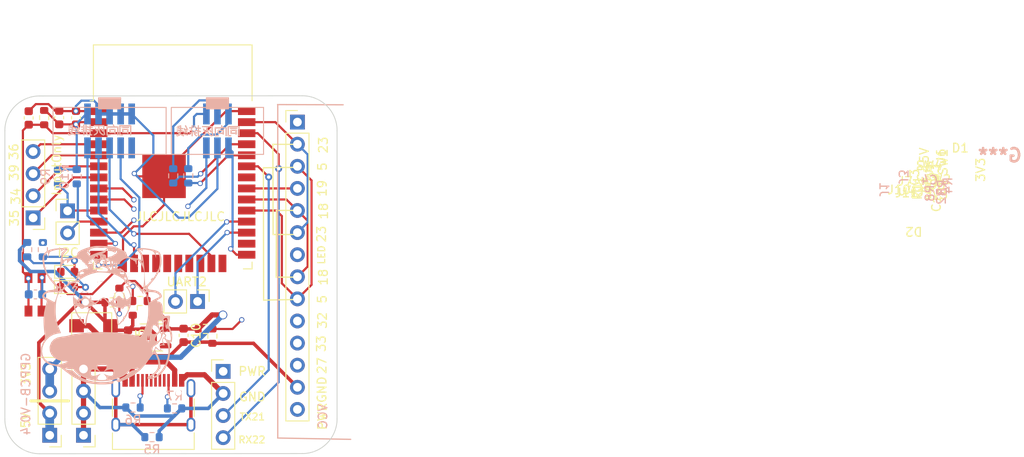
<source format=kicad_pcb>
(kicad_pcb (version 20211014) (generator pcbnew)
  (layers (0 "F.Cu" signal) (1 "In1.Cu" signal) (2 "In2.Cu" signal) (31 "B.Cu" signal) (34 "B.Paste" user) (35 "F.Paste" user) (36 "B.SilkS" user "B.Silkscreen") (37 "F.SilkS" user "F.Silkscreen") (38 "B.Mask" user) (39 "F.Mask" user) (44 "Edge.Cuts" user))
  (net 0 "")
  (net 1 "/EN")
  (net 2 "GND")
  (net 3 "+3V3")
  (net 4 "/RX")
  (net 5 "/TX")
  (net 7 "/IO35")
  (net 8 "/IO36")
  (net 9 "Net-(D2-Pad2)")
  (net 10 "/IO39")
  (net 11 "Net-(J10-PadA5)")
  (net 13 "/EXT_5V")
  (net 14 "Net-(D1-Pad2)")
  (net 16 "/TMS")
  (net 17 "/TDI")
  (net 18 "/TCLK")
  (net 25 "/TDO")
  (net 27 "/IO0")
  (net 30 "Net-(J10-PadB5)")
  (net 35 "Net-(J10-PadS1)")
  (net 36 "/RXD0")
  (net 37 "/TXD0")
  (net 38 "/IO34")
  (net 39 "/IO32")
  (net 40 "/IO33")
  (net 41 "/IO27")
  (net 42 "/IO5")
  (net 43 "/IO18")
  (net 44 "/IO19")
  (net 45 "/IO23")
  (net 46 "Net-(J4-Pad1)")
  (net 47 "/SDA_IO25")
  (net 48 "/SCL_IO26")
  (net 49 "/U2RX_IO16")
  (net 50 "/U2TX_IO17")
  (net 51 "/CAN_TX_IO21")
  (net 52 "/CAN_RX_IO22")
  (net 54 "Net-(J11-Pad7)")
  (net 55 "Net-(J11-Pad14)")
  (net 56 "Net-(D3-Pad2)")
  (footprint "Resistor_SMD:R_0603_1608Metric" (layer "F.Cu") (at 143.4084 108.2548 -90)
    (fp_text reference "R1")
    (fp_text value "10k")
  )
  (footprint "Connector_PinHeader_2.54mm:PinHeader_1x04_P2.54mm_Vertical" (layer "F.Cu") (at 144.0434 144.77 180)
    (fp_text reference "J8")
    (fp_text value "PWR")
  )
  (footprint "Package_TO_SOT_SMD:SOT-23-5" (layer "F.Cu") (at 156.2299 133.5278)
    (fp_text reference "U3")
    (fp_text value "XC6209")
  )
  (footprint "Connector_PinHeader_2.54mm:PinHeader_1x02_P2.54mm_Vertical" (layer "F.Cu") (at 146.1008 118.9736)
    (fp_text reference "J6")
    (fp_text value "I2C")
  )
  (footprint "Capacitor_SMD:C_0603_1608Metric" (layer "F.Cu") (at 147.066 108.2678 90)
    (fp_text reference "C3")
    (fp_text value "0.1uF/50V")
  )
  (footprint "Connector_PinHeader_2.54mm:PinHeader_1x02_P2.54mm_Vertical" (layer "F.Cu") (at 161.041 129.3876 -90)
    (fp_text reference "J5")
    (fp_text value "UART2")
  )
  (footprint "Connector_USB:USB_C_Receptacle_HRO_TYPE-C-31-M-12" (layer "F.Cu") (at 155.956 142.4952)
    (fp_text reference "J10")
    (fp_text value "USB_C_Receptacle_USB2.0")
  )
  (footprint "KisonNew:C8678" (layer "F.Cu") (at 148.8694 132.1816 180)
    (fp_text reference "D2")
    (fp_text value "D")
  )
  (footprint "KisonNew:0603JumperP3" (layer "F.Cu") (at 154.4188 129.3368)
    (fp_text reference "SW4")
    (fp_text value "SW_Push_SPDT")
  )
  (footprint "KisonNew:0603JumperP3" (layer "F.Cu") (at 162.7378 133.3754 -90)
    (fp_text reference "SW3")
    (fp_text value "SW_Push_SPDT")
  )
  (footprint "LED_SMD:LED_0603_1608Metric" (layer "F.Cu") (at 146.1008 125.984)
    (fp_text reference "D3")
    (fp_text value "LED")
  )
  (footprint "LED_SMD:LED_0603_1608Metric" (layer "F.Cu") (at 146.0754 127.7366)
    (fp_text reference "D1")
    (fp_text value "LED")
  )
  (footprint "Connector_PinHeader_2.54mm:PinHeader_1x04_P2.54mm_Vertical" (layer "F.Cu") (at 147.9296 144.77 180)
    (fp_text reference "J9")
    (fp_text value "GND")
  )
  (footprint "Connector_PinHeader_2.54mm:PinHeader_1x04_P2.54mm_Vertical" (layer "F.Cu") (at 142.1384 119.7764 180)
    (fp_text reference "J7")
    (fp_text value "InputOnly")
  )
  (footprint "Capacitor_SMD:C_0603_1608Metric" (layer "F.Cu") (at 141.6304 108.2926 90)
    (fp_text reference "C1")
    (fp_text value "0.1uF")
  )
  (footprint "Connector_PinHeader_2.54mm:PinHeader_1x04_P2.54mm_Vertical" (layer "F.Cu") (at 163.9824 137.424)
    (fp_text reference "J4")
    (fp_text value "CAN")
  )
  (footprint "Capacitor_SMD:C_0603_1608Metric" (layer "F.Cu") (at 153.05 133.475 -90)
    (fp_text reference "C5")
    (fp_text value "1uf")
  )
  (footprint "Capacitor_SMD:C_0603_1608Metric" (layer "F.Cu") (at 159.4358 133.2868 -90)
    (fp_text reference "C10")
    (fp_text value "1uf")
  )
  (footprint "Connector_PinHeader_2.54mm:PinHeader_1x14_P2.54mm_Vertical" (layer "F.Cu") (at 172.5168 108.7728)
    (fp_text reference "J11")
    (fp_text value "Conn_01x14_Female")
  )
  (footprint "RF_Module:ESP32-WROOM-32" (layer "F.Cu") (at 158.185 115.7614)
    (fp_text reference "U1")
    (fp_text value "ESP32-WROOM-32D")
  )
  (footprint "KisonCommon:BTN-TS342A4P-WZ-C557592" (layer "F.Cu") (at 142.0876 128.3208 -90)
    (fp_text reference "SW1")
    (fp_text value "SW_Push")
  )
  (footprint "Capacitor_SMD:C_0603_1608Metric" (layer "F.Cu") (at 145.1356 108.2548 -90)
    (fp_text reference "C2")
    (fp_text value "22uF")
  )
  (footprint "KisonNew:0603JumperP3" (layer "F.Cu") (at 151.2194 129.4892 180)
    (fp_text reference "SW2")
    (fp_text value "SW_Push_SPDT")
  )
  (footprint "Resistor_SMD:R_0603_1608Metric" (layer "B.Cu") (at 145 115.05 -90)
    (fp_text reference "R9")
    (fp_text value "3.3k")
  )
  (footprint "Resistor_SMD:R_0603_1608Metric" (layer "B.Cu") (at 155.8036 144.9832)
    (fp_text reference "R5")
    (fp_text value "0")
  )
  (footprint "KisonNew:IDC_1.27mm_6P" (layer "B.Cu") (at 163.322 109.7832 180)
    (fp_text reference "J3")
    (fp_text value "ESPProgUART_RX")
  )
  (footprint "Resistor_SMD:R_0603_1608Metric" (layer "B.Cu") (at 158.3944 141.6812 180)
    (fp_text reference "R7")
    (fp_text value "5.1k")
  )
  (footprint "Resistor_SMD:R_0603_1608Metric" (layer "B.Cu") (at 158.242 114.9482 90)
    (fp_text reference "R2")
    (fp_text value "0")
  )
  (footprint "Resistor_SMD:R_0603_1608Metric" (layer "B.Cu") (at 143.256 123.4318 -90)
    (fp_text reference "R8")
    (fp_text value "10k")
  )
  (footprint "KisonCommon:Klee" (layer "B.Cu") (at 150.0124 131.5212)
    (fp_text reference "G***")
    (fp_text value "LOGO" hide)
  )
  (footprint "Resistor_SMD:R_0603_1608Metric" (layer "B.Cu") (at 147.15 115.05 -90)
    (fp_text reference "R10")
    (fp_text value "3.3k")
  )
  (footprint "KisonNew:IDC_1.27mm_10P" (layer "B.Cu") (at 150.9268 109.7832 180)
    (fp_text reference "J1")
    (fp_text value "ESPProgJTAG_RX")
  )
  (footprint "Resistor_SMD:R_0603_1608Metric" (layer "B.Cu") (at 159.9692 114.9482 90)
    (fp_text reference "R3")
    (fp_text value "0")
  )
  (footprint "Resistor_SMD:R_0603_1608Metric" (layer "B.Cu") (at 153.6192 141.5796)
    (fp_text reference "R6")
    (fp_text value "5.1k")
  )
  (footprint "Resistor_SMD:R_0603_1608Metric" (layer "B.Cu") (at 141.4526 123.4318 -90)
    (fp_text reference "R4")
    (fp_text value "10k")
  )
  (footprint "Capacitor_SMD:C_0603_1608Metric" (layer "B.Cu") (at 142.4054 128.5748)
    (fp_text reference "C4")
    (fp_text value "0.1uF/50V")
  )
  (gr_line (start 170.2308 106.7562) (end 177.7746 106.7816) (layer "B.SilkS") (width 0.15))
  (gr_line (start 170.2562 145.0848) (end 178.6382 145.2372) (layer "B.SilkS") (width 0.15))
  (gr_line (start 170.2562 106.7562) (end 170.2562 145.0848) (layer "B.SilkS") (width 0.15))
  (gr_line (start 170.0784 126.5936) (end 172.593 126.5936) (layer "F.SilkS") (width 0.15))
  (gr_line (start 172.6184 111.3282) (end 169.6974 111.3282) (layer "F.SilkS") (width 0.15))
  (gr_line (start 169.7228 121.6914) (end 172.6184 121.6914) (layer "F.SilkS") (width 0.15))
  (gr_line (start 172.4914 113.9698) (end 168.6052 114.0206) (layer "F.SilkS") (width 0.15))
  (gr_line (start 141.8844 140.8176) (end 146.2024 140.8176) (layer "F.SilkS") (width 0.35))
  (gr_line (start 172.4152 118.9228) (end 170.1038 118.9228) (layer "F.SilkS") (width 0.15))
  (gr_line (start 168.6052 114.0206) (end 168.6306 129.2352) (layer "F.SilkS") (width 0.15))
  (gr_line (start 169.6974 111.3282) (end 169.7228 121.6914) (layer "F.SilkS") (width 0.15))
  (gr_line (start 168.6306 129.2352) (end 172.5422 129.159) (layer "F.SilkS") (width 0.15))
  (gr_line (start 170.1038 118.9228) (end 170.0784 126.5936) (layer "F.SilkS") (width 0.15))
  (gr_arc (start 138.8872 109.761573) (mid 140.058145 106.935942) (end 142.884027 105.7656) (layer "Edge.Cuts") (width 0.1))
  (gr_line (start 177.0756 142.8728) (end 177.0756 109.743373) (layer "Edge.Cuts") (width 0.1))
  (gr_line (start 173.0756 105.743373) (end 142.884027 105.7656) (layer "Edge.Cuts") (width 0.1))
  (gr_arc (start 173.0756 105.743373) (mid 175.904027 106.914946) (end 177.0756 109.743373) (layer "Edge.Cuts") (width 0.1))
  (gr_line (start 138.8872 109.761573) (end 138.8872 142.891) (layer "Edge.Cuts") (width 0.1))
  (gr_arc (start 142.8872 146.891) (mid 140.058773 145.719427) (end 138.8872 142.891) (layer "Edge.Cuts") (width 0.1))
  (gr_line (start 142.8872 146.891) (end 173.0756 146.8728) (layer "Edge.Cuts") (width 0.1))
  (gr_arc (start 177.0756 142.8728) (mid 175.904027 145.701227) (end 173.0756 146.8728) (layer "Edge.Cuts") (width 0.1))
  (gr_text "VCC" (at 175.4378 142.5956 90) (layer "B.SilkS") (effects (font (size 1 1)) (justify mirror)))
  (gr_text "GPPCB-V0.4" (at 141.3002 140.0302 90) (layer "B.SilkS") (effects (font (size 1 1)) (justify mirror)))
  (gr_text "3V3" (at 141.3256 137.7696 90) (layer "F.SilkS") (effects (font (size 1 1))))
  (gr_text "35" (at 139.9794 119.8118 90) (layer "F.SilkS") (effects (font (size 1 1))))
  (gr_text "LED" (at 175.2854 124.0282 90) (layer "F.SilkS") (effects (font (size 0.8 0.8) (thickness 0.14))))
  (gr_text "GND" (at 167.3352 140.3604) (layer "F.SilkS") (effects (font (size 1 1))))
  (gr_text "I2C" (at 146.1516 123.7742) (layer "F.SilkS") (effects (font (size 1 1))))
  (gr_text "GND" (at 147.9296 134.8232) (layer "F.SilkS") (effects (font (size 1 1))))
  (gr_text "3V3" (at 245.9192 117.0948) (layer "F.SilkS") (effects (font (size 1 1))))
  (gr_text "18" (at 175.4886 126.5936 90) (layer "F.SilkS") (effects (font (size 1 1))))
  (gr_text "InputOnly" (at 144.8562 113.7158 90) (layer "F.SilkS") (effects (font (size 1 1))))
  (gr_text "36" (at 139.9286 112.1664 90) (layer "F.SilkS") (effects (font (size 1 1))))
  (gr_text "5" (at 175.387 113.8936 90) (layer "F.SilkS") (effects (font (size 1 1))))
  (gr_text "32" (at 175.387 131.572 90) (layer "F.SilkS") (effects (font (size 1 1))))
  (gr_text "19" (at 175.3616 116.3828 90) (layer "F.SilkS") (effects (font (size 1 1))))
  (gr_text "5" (at 175.3616 129.1336 90) (layer "F.SilkS") (effects (font (size 1 1))))
  (gr_text "5V" (at 244.4206 116.0534 270) (layer "F.SilkS") (effects (font (size 1 1))))
  (gr_text "18" (at 175.514 118.999 90) (layer "F.SilkS") (effects (font (size 1 1))))
  (gr_text "UART2" (at 159.7914 127.127) (layer "F.SilkS") (effects (font (size 1 1))))
  (gr_text "TX21\n" (at 167.3352 142.6464) (layer "F.SilkS") (effects (font (size 0.8 0.8) (thickness 0.14))))
  (gr_text "3V3" (at 251.05 114.25 90) (layer "F.SilkS") (effects (font (size 1 1))))
  (gr_text "RX22" (at 167.2844 145.288) (layer "F.SilkS") (effects (font (size 0.8 0.8) (thickness 0.14))))
  (gr_text "PWR" (at 167.3098 137.414) (layer "F.SilkS") (effects (font (size 1 1))))
  (gr_text "27" (at 175.3362 136.7536 90) (layer "F.SilkS") (effects (font (size 1 1))))
  (gr_text "PWR" (at 175.387 142.5956 90) (layer "F.SilkS") (effects (font (size 1 1))))
  (gr_text "33" (at 175.26 134.239 90) (layer "F.SilkS") (effects (font (size 1 1))))
  (gr_text "34" (at 140.1572 117.2972 90) (layer "F.SilkS") (effects (font (size 1 1))))
  (gr_text "JLCJLCJLCJLC" (at 159.0548 119.634) (layer "F.SilkS") (effects (font (size 1 1))))
  (gr_text "5V" (at 141.2748 143.0528 90) (layer "F.SilkS") (effects (font (size 1 1))))
  (gr_text "23" (at 175.4886 111.4044 90) (layer "F.SilkS") (effects (font (size 1 1))))
  (gr_text "GND" (at 175.3362 139.5222 90) (layer "F.SilkS") (effects (font (size 1 1))))
  (gr_text "39" (at 139.954 114.5794 90) (layer "F.SilkS") (effects (font (size 1 1))))
  (gr_text "23" (at 175.2854 121.6406 90) (layer "F.SilkS") (effects (font (size 1 1))))
  (gr_text "5V" (at 244.573 112.599 90) (layer "F.SilkS") (effects (font (size 1 1))))
  (segment (start 144.375 110.0464) (end 143.4084 109.0798) (width 0.25) (layer "F.Cu") (net 1))
  (segment (start 141.6426 109.0798) (end 141.6304 109.0676) (width 0.25) (layer "F.Cu") (net 1))
  (segment (start 160.1588 110.0464) (end 160.6296 109.5756) (width 0.25) (layer "F.Cu") (net 1))
  (segment (start 149.685 110.0464) (end 160.1588 110.0464) (width 0.25) (layer "F.Cu") (net 1))
  (segment (start 140.963889 109.734111) (end 141.6304 109.0676) (width 0.25) (layer "F.Cu") (net 1))
  (segment (start 149.685 110.0464) (end 144.375 110.0464) (width 0.25) (layer "F.Cu") (net 1))
  (segment (start 143.4084 109.0798) (end 141.6426 109.0798) (width 0.25) (layer "F.Cu") (net 1))
  (segment (start 141.6036 130.4926) (end 141.6036 126.6426) (width 0.25) (layer "F.Cu") (net 1))
  (segment (start 141.6036 126.6426) (end 140.963889 126.002889) (width 0.25) (layer "F.Cu") (net 1))
  (segment (start 140.963889 126.002889) (end 140.963889 109.734111) (width 0.25) (layer "F.Cu") (net 1))
  (via (at 141.5796 126.746) (size 0.6) (drill 0.4) (layers "F.Cu" "B.Cu") (net 1))
  (via (at 160.6296 109.5756) (size 0.6) (drill 0.4) (layers "F.Cu" "B.Cu") (net 1))
  (segment (start 160.6296 108.1532) (end 160.6296 109.5756) (width 0.25) (layer "B.Cu") (net 1))
  (segment (start 141.6304 128.5748) (end 141.6304 126.7968) (width 0.25) (layer "B.Cu") (net 1))
  (segment (start 162.052 107.8332) (end 160.9496 107.8332) (width 0.25) (layer "B.Cu") (net 1))
  (segment (start 160.9496 107.8332) (end 160.6296 108.1532) (width 0.25) (layer "B.Cu") (net 1))
  (segment (start 141.6304 126.7968) (end 141.5796 126.746) (width 0.25) (layer "B.Cu") (net 1))
  (segment (start 162.7378 134.2004) (end 167.4644 134.2004) (width 0.4) (layer "F.Cu") (net 2))
  (segment (start 153.05 134.25) (end 154.43508 135.63508) (width 0.4) (layer "F.Cu") (net 2))
  (segment (start 152.706 138.4502) (end 151.4058 137.15) (width 0.6) (layer "F.Cu") (net 2))
  (segment (start 153.7716 114.681) (end 154.097 115.0064) (width 0.25) (layer "F.Cu") (net 2))
  (segment (start 146.08742 128.53612) (end 145.2879 127.7366) (width 0.25) (layer "F.Cu") (net 2))
  (segment (start 152.47 125.0164) (end 148.95028 128.53612) (width 0.25) (layer "F.Cu") (net 2))
  (segment (start 145.3133 125.984) (end 145.3133 127.7112) (width 0.25) (layer "F.Cu") (net 2))
  (segment (start 142.44272 106.70528) (end 141.6304 107.5176) (width 0.25) (layer "F.Cu") (net 2))
  (segment (start 155.0924 133.5278) (end 153.7722 133.5278) (width 0.4) (layer "F.Cu") (net 2))
  (segment (start 157.185 118.3034) (end 157.185 115.0064) (width 0.25) (layer "F.Cu") (net 2))
  (segment (start 157.86252 135.63508) (end 159.4358 134.0618) (width 0.4) (layer "F.Cu") (net 2))
  (segment (start 149.685 107.5064) (end 147.0524 107.5064) (width 0.25) (layer "F.Cu") (net 2))
  (segment (start 154.097 115.0064) (end 157.185 115.0064) (width 0.25) (layer "F.Cu") (net 2))
  (segment (start 143.7622 125.984) (end 143.1036 126.6426) (width 0.25) (layer "F.Cu") (net 2))
  (segment (start 157.185 114.6458) (end 164.3244 107.5064) (width 0.25) (layer "F.Cu") (net 2))
  (segment (start 151.4058 137.15) (end 147.9296 137.15) (width 0.6) (layer "F.Cu") (net 2))
  (segment (start 145.1622 107.5064) (end 145.1356 107.4798) (width 0.25) (layer "F.Cu") (net 2))
  (segment (start 154.43508 135.63508) (end 157.86252 135.63508) (width 0.4) (layer "F.Cu") (net 2))
  (segment (start 148.95028 128.53612) (end 146.08742 128.53612) (width 0.25) (layer "F.Cu") (net 2))
  (segment (start 153.701207 120.7516) (end 154.7368 120.7516) (width 0.25) (layer "F.Cu") (net 2))
  (segment (start 145.1356 107.4798) (end 144.675183 107.4798) (width 0.25) (layer "F.Cu") (net 2))
  (segment (start 161.83408 137.81568) (end 163.9824 139.964) (width 0.6) (layer "F.Cu") (net 2))
  (segment (start 167.4644 134.2004) (end 172.5168 139.2528) (width 0.4) (layer "F.Cu") (net 2))
  (segment (start 147.9296 137.15) (end 147.9296 144.77) (width 0.6) (layer "F.Cu") (net 2))
  (segment (start 143.900663 106.70528) (end 142.44272 106.70528) (width 0.25) (layer "F.Cu") (net 2))
  (segment (start 154.7368 120.7516) (end 157.185 118.3034) (width 0.25) (layer "F.Cu") (net 2))
  (segment (start 145.3133 125.984) (end 143.7622 125.984) (width 0.25) (layer "F.Cu") (net 2))
  (segment (start 143.1036 130.4926) (end 143.1036 126.6426) (width 0.25) (layer "F.Cu") (net 2))
  (segment (start 159.84052 137.81568) (end 161.83408 137.81568) (width 0.6) (layer "F.Cu") (net 2))
  (segment (start 152.47 121.982807) (end 153.701207 120.7516) (width 0.25) (layer "F.Cu") (net 2))
  (segment (start 159.206 138.4502) (end 159.84052 137.81568) (width 0.6) (layer "F.Cu") (net 2))
  (segment (start 164.3244 107.5064) (end 166.685 107.5064) (width 0.25) (layer "F.Cu") (net 2))
  (segment (start 147.0524 107.5064) (end 145.1622 107.5064) (width 0.25) (layer "F.Cu") (net 2))
  (segment (start 157.185 115.0064) (end 157.185 114.6458) (width 0.25) (layer "F.Cu") (net 2))
  (segment (start 152.47 125.0164) (end 152.47 121.982807) (width 0.25) (layer "F.Cu") (net 2))
  (segment (start 162.5992 134.0618) (end 162.7378 134.2004) (width 0.4) (layer "F.Cu") (net 2))
  (segment (start 145.3133 127.7112) (end 145.2879 127.7366) (width 0.25) (layer "F.Cu") (net 2))
  (segment (start 144.675183 107.4798) (end 143.900663 106.70528) (width 0.25) (layer "F.Cu") (net 2))
  (segment (start 159.4358 134.0618) (end 162.5992 134.0618) (width 0.4) (layer "F.Cu") (net 2))
  (segment (start 153.7722 133.5278) (end 153.05 134.25) (width 0.4) (layer "F.Cu") (net 2))
  (via (at 153.7716 114.681) (size 0.6) (drill 0.4) (layers "F.Cu" "B.Cu") (net 2))
  (via (at 147.0524 107.5064) (size 0.6) (drill 0.4) (layers "F.Cu" "B.Cu") (net 2))
  (via (at 143.1544 126.6444) (size 0.6) (drill 0.4) (layers "F.Cu" "B.Cu") (net 2))
  (segment (start 149.8192 141.5796) (end 152.7942 141.5796) (width 0.4) (layer "B.Cu") (net 2))
  (segment (start 152.7942 141.5796) (end 153.77032 142.55572) (width 0.4) (layer "B.Cu") (net 2))
  (segment (start 159.2194 141.6812) (end 156.6286 144.272) (width 0.4) (layer "B.Cu") (net 2))
  (segment (start 153.77032 142.55572) (end 158.34488 142.55572) (width 0.4) (layer "B.Cu") (net 2))
  (segment (start 155.956 110.3224) (end 155.956 112.4966) (width 0.25) (layer "B.Cu") (net 2))
  (segment (start 143.1804 126.6704) (end 143.1544 126.6444) (width 0.25) (layer "B.Cu") (net 2))
  (segment (start 158.34488 142.55572) (end 159.2194 141.6812) (width 0.4) (layer "B.Cu") (net 2))
  (segment (start 153.4668 107.8332) (end 155.956 110.3224) (width 0.25) (layer "B.Cu") (net 2))
  (segment (start 149.133089 106.308689) (end 149.6568 106.8324) (width 0.25) (layer "B.Cu") (net 2))
  (segment (start 155.956 112.4966) (end 153.7716 114.681) (width 0.25) (layer "B.Cu") (net 2))
  (segment (start 163.322 116.4336) (end 159.9946 119.761) (width 0.25) (layer "B.Cu") (net 2))
  (segment (start 147.682289 106.308689) (end 149.133089 106.308689) (width 0.25) (layer "B.Cu") (net 2))
  (segment (start 149.6568 107.8332) (end 153.4668 107.8332) (width 0.4) (layer "B.Cu") (net 2))
  (segment (start 163.322 111.7332) (end 163.322 116.4336) (width 0.25) (layer "B.Cu") (net 2))
  (segment (start 149.6568 106.8324) (end 149.6568 107.8332) (width 0.25) (layer "B.Cu") (net 2))
  (segment (start 159.9946 119.761) (end 158.8516 119.761) (width 0.25) (layer "B.Cu") (net 2))
  (segment (start 143.1804 128.5748) (end 143.1804 126.6704) (width 0.25) (layer "B.Cu") (net 2))
  (segment (start 158.8516 119.761) (end 153.7716 114.681) (width 0.25) (layer "B.Cu") (net 2))
  (segment (start 147.0524 106.938578) (end 147.682289 106.308689) (width 0.25) (layer "B.Cu") (net 2))
  (segment (start 159.2194 141.6812) (end 162.2652 141.6812) (width 0.4) (layer "B.Cu") (net 2))
  (segment (start 156.6286 144.272) (end 156.6286 144.9832) (width 0.4) (layer "B.Cu") (net 2))
  (segment (start 147.9296 139.69) (end 149.8192 141.5796) (width 0.4) (layer "B.Cu") (net 2))
  (segment (start 147.0524 107.5064) (end 147.0524 106.938578) (width 0.25) (layer "B.Cu") (net 2))
  (segment (start 162.2652 141.6812) (end 163.9824 139.964) (width 0.4) (layer "B.Cu") (net 2))
  (segment (start 143.5356 107.4298) (end 145.1356 109.0298) (width 0.25) (layer "F.Cu") (net 3))
  (segment (start 162.7136 130.937) (end 163.957 130.937) (width 0.6) (layer "F.Cu") (net 3))
  (segment (start 149.685 108.7764) (end 147.3324 108.7764) (width 0.25) (layer "F.Cu") (net 3))
  (segment (start 155.2438 129.3368) (end 155.2438 128.427207) (width 0.25) (layer "F.Cu") (net 3))
  (segment (start 157.3674 132.5778) (end 157.3674 131.4604) (width 0.4) (layer "F.Cu") (net 3))
  (segment (start 161.1068 132.5438) (end 162.7136 130.937) (width 0.6) (layer "F.Cu") (net 3))
  (segment (start 157.3674 131.4604) (end 155.2438 129.3368) (width 0.4) (layer "F.Cu") (net 3))
  (segment (start 147.3324 108.7764) (end 147.066 109.0428) (width 0.25) (layer "F.Cu") (net 3))
  (segment (start 143.4084 107.4298) (end 143.5356 107.4298) (width 0.25) (layer "F.Cu") (net 3))
  (segment (start 161.0364 132.4734) (end 161.1068 132.5438) (width 0.4) (layer "F.Cu") (net 3))
  (segment (start 152.873311 127.035889) (end 152.051 127.8582) (width 0.25) (layer "F.Cu") (net 3))
  (segment (start 145.1356 109.0298) (end 147.053 109.0298) (width 0.25) (layer "F.Cu") (net 3))
  (segment (start 161.1068 132.5438) (end 157.4014 132.5438) (width 0.4) (layer "F.Cu") (net 3))
  (segment (start 147.053 109.0298) (end 147.066 109.0428) (width 0.25) (layer "F.Cu") (net 3))
  (segment (start 155.2438 128.427207) (end 153.852482 127.035889) (width 0.25) (layer "F.Cu") (net 3))
  (segment (start 157.4014 132.5438) (end 157.3674 132.5778) (width 0.4) (layer "F.Cu") (net 3))
  (segment (start 153.852482 127.035889) (end 152.873311 127.035889) (width 0.25) (layer "F.Cu") (net 3))
  (via (at 143.256 122.6566) (size 0.6) (drill 0.4) (layers "F.Cu" "B.Cu") (net 3))
  (via (at 147.053 109.0298) (size 0.6) (drill 0.4) (layers "F.Cu" "B.Cu") (net 3))
  (via (at 159.9311 118.4529) (size 0.6) (drill 0.4) (layers "F.Cu" "B.Cu") (net 3))
  (via (at 163.957 130.937) (size 1) (drill 0.8) (layers "F.Cu" "B.Cu") (net 3))
  (segment (start 148.3868 107.8332) (end 148.2496 107.8332) (width 0.25) (layer "B.Cu") (net 3))
  (segment (start 145.392911 135.800489) (end 144.0434 137.15) (width 0.6) (layer "B.Cu") (net 3))
  (segment (start 162.052 111.7332) (end 162.052 116.332) (width 0.25) (layer "B.Cu") (net 3))
  (segment (start 147.15 109.1268) (end 147.053 109.0298) (width 0.25) (layer "B.Cu") (net 3))
  (segment (start 147.15 114.225) (end 147.15 109.1268) (width 0.25) (layer "B.Cu") (net 3))
  (segment (start 163.957 130.937) (end 159.093511 135.800489) (width 0.6) (layer "B.Cu") (net 3))
  (segment (start 162.052 116.332) (end 159.9311 118.4529) (width 0.25) (layer "B.Cu") (net 3))
  (segment (start 145 114.225) (end 147.15 114.225) (width 0.25) (layer "B.Cu") (net 3))
  (segment (start 148.2496 107.8332) (end 147.053 109.0298) (width 0.25) (layer "B.Cu") (net 3))
  (segment (start 144.0434 139.69) (end 144.0434 137.15) (width 1) (layer "B.Cu") (net 3))
  (segment (start 159.093511 135.800489) (end 145.392911 135.800489) (width 0.6) (layer "B.Cu") (net 3))
  (segment (start 159.9311 118.4529) (end 159.9184 118.4656) (width 0.25) (layer "B.Cu") (net 3))
  (segment (start 164.592 107.8332) (end 164.592 108.8644) (width 0.25) (layer "B.Cu") (net 4))
  (segment (start 159.9692 111.76) (end 159.9692 114.1232) (width 0.25) (layer "B.Cu") (net 4))
  (segment (start 161.520511 110.208689) (end 159.9692 111.76) (width 0.25) (layer "B.Cu") (net 4))
  (segment (start 164.592 108.8644) (end 163.247711 110.208689) (width 0.25) (layer "B.Cu") (net 4))
  (segment (start 163.247711 110.208689) (end 161.520511 110.208689) (width 0.25) (layer "B.Cu") (net 4))
  (segment (start 163.322 107.8332) (end 163.322 107.0132) (width 0.25) (layer "B.Cu") (net 5))
  (segment (start 163.322 107.0132) (end 162.5824 106.2736) (width 0.25) (layer "B.Cu") (net 5))
  (segment (start 158.242 109.2708) (end 158.242 114.1232) (width 0.25) (layer "B.Cu") (net 5))
  (segment (start 162.5824 106.2736) (end 161.2392 106.2736) (width 0.25) (layer "B.Cu") (net 5))
  (segment (start 161.2392 106.2736) (end 158.242 109.2708) (width 0.25) (layer "B.Cu") (net 5))
  (segment (start 146.7884 115.1264) (end 149.685 115.1264) (width 0.25) (layer "F.Cu") (net 7))
  (segment (start 142.1384 119.7764) (end 146.7884 115.1264) (width 0.25) (layer "F.Cu") (net 7))
  (segment (start 142.1384 112.1564) (end 142.9784 111.3164) (width 0.25) (layer "F.Cu") (net 8))
  (segment (start 142.9784 111.3164) (end 149.685 111.3164) (width 0.25) (layer "F.Cu") (net 8))
  (segment (start 148.5624 132.1816) (end 147.1284 132.1816) (width 0.6) (layer "F.Cu") (net 9))
  (segment (start 152.7154 136.3346) (end 151.9036 135.5228) (width 0.6) (layer "F.Cu") (net 9))
  (segment (start 158.406 138.4502) (end 158.406 137.276178) (width 0.6) (layer "F.Cu") (net 9))
  (segment (start 151.9036 135.5228) (end 148.5624 132.1816) (width 0.6) (layer "F.Cu") (net 9))
  (segment (start 153.506 137.1252) (end 152.7154 136.3346) (width 0.6) (layer "F.Cu") (net 9))
  (segment (start 158.406 137.276178) (end 157.464422 136.3346) (width 0.6) (layer "F.Cu") (net 9))
  (segment (start 153.506 138.4502) (end 153.506 137.1252) (width 0.6) (layer "F.Cu") (net 9))
  (segment (start 157.464422 136.3346) (end 152.7154 136.3346) (width 0.6) (layer "F.Cu") (net 9))
  (segment (start 142.1384 114.6964) (end 144.2484 112.5864) (width 0.25) (layer "F.Cu") (net 10))
  (segment (start 144.2484 112.5864) (end 149.685 112.5864) (width 0.25) (layer "F.Cu") (net 10))
  (segment (start 154.706 139.9848) (end 154.432 140.2588) (width 0.25) (layer "F.Cu") (net 11))
  (segment (start 154.706 138.4502) (end 154.706 139.9848) (width 0.25) (layer "F.Cu") (net 11))
  (via (at 154.432 140.2588) (size 0.6) (drill 0.4) (layers "F.Cu" "B.Cu") (net 11))
  (segment (start 154.4442 141.5796) (end 154.4442 140.271) (width 0.25) (layer "B.Cu") (net 11))
  (segment (start 154.4442 140.271) (end 154.432 140.2588) (width 0.25) (layer "B.Cu") (net 11))
  (segment (start 153.5872 132.1628) (end 153.05 132.7) (width 0.4) (layer "F.Cu") (net 13))
  (segment (start 153.6192 130.9998) (end 153.5872 130.9678) (width 0.4) (layer "F.Cu") (net 13))
  (segment (start 156.15442 133.150182) (end 155.582038 132.5778) (width 0.4) (layer "F.Cu") (net 13))
  (segment (start 150.3944 129.4892) (end 150.3944 131.5476) (width 0.4) (layer "F.Cu") (net 13))
  (segment (start 155.582038 134.4778) (end 156.15442 133.905418) (width 0.4) (layer "F.Cu") (net 13))
  (segment (start 151.0284 132.1816) (end 150.876 132.1816) (width 0.4) (layer "F.Cu") (net 13))
  (segment (start 150.876 132.1816) (end 148.1582 129.4638) (width 0.4) (layer "F.Cu") (net 13))
  (segment (start 153.5872 130.9678) (end 153.5872 132.1628) (width 0.4) (layer "F.Cu") (net 13))
  (segment (start 142.793889 134.117089) (end 142.793889 140.980489) (width 0.4) (layer "F.Cu") (net 13))
  (segment (start 147.447178 129.4638) (end 142.793889 134.117089) (width 0.4) (layer "F.Cu") (net 13))
  (segment (start 153.1722 132.5778) (end 153.05 132.7) (width 0.4) (layer "F.Cu") (net 13))
  (segment (start 155.582038 132.5778) (end 155.0924 132.5778) (width 0.4) (layer "F.Cu") (net 13))
  (segment (start 142.793889 140.980489) (end 144.0434 142.23) (width 0.4) (layer "F.Cu") (net 13))
  (segment (start 150.3944 129.4892) (end 148.1836 129.4892) (width 0.4) (layer "F.Cu") (net 13))
  (segment (start 148.1836 129.4892) (end 148.1582 129.4638) (width 0.4) (layer "F.Cu") (net 13))
  (segment (start 151.5468 132.7) (end 151.0284 132.1816) (width 0.4) (layer "F.Cu") (net 13))
  (segment (start 155.0924 134.4778) (end 154.602762 134.4778) (width 0.4) (layer "F.Cu") (net 13))
  (segment (start 153.05 132.7) (end 151.5468 132.7) (width 0.4) (layer "F.Cu") (net 13))
  (segment (start 155.0924 132.5778) (end 153.1722 132.5778) (width 0.4) (layer "F.Cu") (net 13))
  (segment (start 155.0924 134.4778) (end 155.582038 134.4778) (width 0.4) (layer "F.Cu") (net 13))
  (segment (start 156.15442 133.905418) (end 156.15442 133.150182) (width 0.4) (layer "F.Cu") (net 13))
  (segment (start 150.3944 131.5476) (end 151.0284 132.1816) (width 0.4) (layer "F.Cu") (net 13))
  (segment (start 148.1582 129.4638) (end 147.447178 129.4638) (width 0.4) (layer "F.Cu") (net 13))
  (via (at 148.1582 129.4638) (size 1) (drill 0.8) (layers "F.Cu" "B.Cu") (net 13))
  (segment (start 140.57808 124.705129) (end 140.57808 123.48132) (width 0.4) (layer "B.Cu") (net 13))
  (segment (start 141.81784 125.944889) (end 140.57808 124.705129) (width 0.4) (layer "B.Cu") (net 13))
  (segment (start 148.1582 129.4638) (end 144.639289 125.944889) (width 0.4) (layer "B.Cu") (net 13))
  (segment (start 140.57808 123.48132) (end 141.4526 122.6068) (width 0.4) (layer "B.Cu") (net 13))
  (segment (start 144.0434 142.23) (end 144.0434 144.77) (width 1) (layer "B.Cu") (net 13))
  (segment (start 144.639289 125.944889) (end 141.81784 125.944889) (width 0.4) (layer "B.Cu") (net 13))
  (segment (start 148.1328 127.7366) (end 148.1582 127.762) (width 0.25) (layer "F.Cu") (net 14))
  (segment (start 146.8629 127.7366) (end 148.1328 127.7366) (width 0.25) (layer "F.Cu") (net 14))
  (via (at 148.1582 127.762) (size 0.8) (drill 0.4) (layers "F.Cu" "B.Cu") (net 14))
  (segment (start 142.17712 124.98132) (end 145.37752 124.98132) (width 0.25) (layer "B.Cu") (net 14))
  (segment (start 141.4526 124.2568) (end 142.17712 124.98132) (width 0.25) (layer "B.Cu") (net 14))
  (segment (start 145.37752 124.98132) (end 148.1582 127.762) (width 0.25) (layer "B.Cu") (net 14))
  (segment (start 151.5872 122.7328) (end 149.6986 122.7328) (width 0.25) (layer "F.Cu") (net 16))
  (segment (start 149.6986 122.7328) (end 149.685 122.7464) (width 0.25) (layer "F.Cu") (net 16))
  (via (at 151.5872 122.7328) (size 0.6) (drill 0.4) (layers "F.Cu" "B.Cu") (net 16))
  (segment (start 148.3868 119.5324) (end 151.5872 122.7328) (width 0.25) (layer "B.Cu") (net 16))
  (segment (start 148.3868 111.7332) (end 148.3868 119.5324) (width 0.25) (layer "B.Cu") (net 16))
  (segment (start 149.685 125.1938) (end 149.6568 125.222) (width 0.25) (layer "F.Cu") (net 17))
  (segment (start 149.685 124.0164) (end 149.685 125.1938) (width 0.25) (layer "F.Cu") (net 17))
  (via (at 149.6568 125.222) (size 0.6) (drill 0.4) (layers "F.Cu" "B.Cu") (net 17))
  (segment (start 152.1968 115.296407) (end 154.345311 117.444918) (width 0.25) (layer "B.Cu") (net 17))
  (segment (start 154.345311 117.444918) (end 154.345311 123.154689) (width 0.25) (layer "B.Cu") (net 17))
  (segment (start 152.278 125.222) (end 149.6568 125.222) (width 0.25) (layer "B.Cu") (net 17))
  (segment (start 152.1968 111.7332) (end 152.1968 110.9132) (width 0.25) (layer "B.Cu") (net 17))
  (segment (start 152.1968 111.7332) (end 152.1968 115.296407) (width 0.25) (layer "B.Cu") (net 17))
  (segment (start 154.345311 123.154689) (end 152.278 125.222) (width 0.25) (layer "B.Cu") (net 17))
  (segment (start 153.74 122.9044) (end 153.7208 122.8852) (width 0.25) (layer "F.Cu") (net 18))
  (segment (start 153.74 125.0164) (end 153.74 122.9044) (width 0.25) (layer "F.Cu") (net 18))
  (via (at 153.7208 122.8852) (size 0.6) (drill 0.4) (layers "F.Cu" "B.Cu") (net 18))
  (segment (start 153.7208 122.8852) (end 153.3144 122.8852) (width 0.25) (layer "B.Cu") (net 18))
  (segment (start 153.3144 122.8852) (end 149.6568 119.2276) (width 0.25) (layer "B.Cu") (net 18))
  (segment (start 149.6568 119.2276) (end 149.6568 111.7332) (width 0.25) (layer "B.Cu") (net 18))
  (segment (start 162.63 124.187378) (end 162.63 125.0164) (width 0.25) (layer "F.Cu") (net 25))
  (segment (start 153.7208 121.6152) (end 160.057822 121.6152) (width 0.25) (layer "F.Cu") (net 25))
  (segment (start 160.057822 121.6152) (end 162.63 124.187378) (width 0.25) (layer "F.Cu") (net 25))
  (via (at 153.7208 121.6152) (size 0.6) (drill 0.4) (layers "F.Cu" "B.Cu") (net 25))
  (segment (start 150.9268 118.8212) (end 153.7208 121.6152) (width 0.25) (layer "B.Cu") (net 25))
  (segment (start 150.9268 111.7332) (end 150.9268 118.8212) (width 0.25) (layer "B.Cu") (net 25))
  (segment (start 165.52 124.0164) (end 164.846 123.3424) (width 0.25) (layer "F.Cu") (net 27))
  (segment (start 166.685 124.0164) (end 165.52 124.0164) (width 0.25) (layer "F.Cu") (net 27))
  (via (at 164.846 123.3424) (size 0.6) (drill 0.4) (layers "F.Cu" "B.Cu") (net 27))
  (segment (start 165.064111 112.205311) (end 164.592 111.7332) (width 0.25) (layer "B.Cu") (net 27))
  (segment (start 164.846 123.3424) (end 165.064111 123.124289) (width 0.25) (layer "B.Cu") (net 27))
  (segment (start 165.064111 123.124289) (end 165.064111 112.205311) (width 0.25) (layer "B.Cu") (net 27))
  (segment (start 157.706 138.4502) (end 157.706 140.236) (width 0.25) (layer "F.Cu") (net 30))
  (segment (start 157.706 140.236) (end 157.5816 140.3604) (width 0.25) (layer "F.Cu") (net 30))
  (via (at 157.5816 140.3604) (size 0.6) (drill 0.4) (layers "F.Cu" "B.Cu") (net 30))
  (segment (start 157.5694 140.3726) (end 157.5816 140.3604) (width 0.25) (layer "B.Cu") (net 30))
  (segment (start 157.5694 141.6812) (end 157.5694 140.3726) (width 0.25) (layer "B.Cu") (net 30))
  (segment (start 151.636 143.5452) (end 160.276 143.5452) (width 0.4) (layer "F.Cu") (net 35))
  (segment (start 151.636 139.3652) (end 151.636 143.5452) (width 0.4) (layer "F.Cu") (net 35))
  (segment (start 160.276 143.5452) (end 160.276 139.3652) (width 0.4) (layer "F.Cu") (net 35))
  (segment (start 151.636 143.5452) (end 153.5406 143.5452) (width 0.4) (layer "B.Cu") (net 35))
  (segment (start 153.5406 143.5452) (end 154.9786 144.9832) (width 0.4) (layer "B.Cu") (net 35))
  (segment (start 164.5784 112.5864) (end 166.685 112.5864) (width 0.25) (layer "F.Cu") (net 36))
  (segment (start 161.3408 115.824) (end 164.5784 112.5864) (width 0.25) (layer "F.Cu") (net 36))
  (via (at 161.3408 115.824) (size 0.6) (drill 0.4) (layers "F.Cu" "B.Cu") (net 36))
  (segment (start 161.29 115.7732) (end 161.3408 115.824) (width 0.25) (layer "B.Cu") (net 36))
  (segment (start 159.9692 115.7732) (end 161.29 115.7732) (width 0.25) (layer "B.Cu") (net 36))
  (segment (start 161.3916 114.7064) (end 164.7816 111.3164) (width 0.25) (layer "F.Cu") (net 37))
  (segment (start 164.7816 111.3164) (end 166.685 111.3164) (width 0.25) (layer "F.Cu") (net 37))
  (via (at 161.3916 114.7064) (size 0.6) (drill 0.4) (layers "F.Cu" "B.Cu") (net 37))
  (segment (start 158.242 115.7732) (end 158.96652 115.04868) (width 0.25) (layer "B.Cu") (net 37))
  (segment (start 158.96652 115.04868) (end 161.04932 115.04868) (width 0.25) (layer "B.Cu") (net 37))
  (segment (start 161.04932 115.04868) (end 161.3916 114.7064) (width 0.25) (layer "B.Cu") (net 37))
  (segment (start 142.1384 117.2364) (end 145.5184 113.8564) (width 0.25) (layer "F.Cu") (net 38))
  (segment (start 145.5184 113.8564) (end 149.685 113.8564) (width 0.25) (layer "F.Cu") (net 38))
  (segment (start 152.4136 116.3964) (end 153.7208 117.7036) (width 0.25) (layer "F.Cu") (net 39))
  (segment (start 149.685 116.3964) (end 152.4136 116.3964) (width 0.25) (layer "F.Cu") (net 39))
  (via (at 153.7208 117.7036) (size 0.6) (drill 0.4) (layers "F.Cu" "B.Cu") (net 39))
  (segment (start 152.6168 117.6664) (end 153.7208 118.7704) (width 0.25) (layer "F.Cu") (net 40))
  (segment (start 149.685 117.6664) (end 152.6168 117.6664) (width 0.25) (layer "F.Cu") (net 40))
  (via (at 153.7208 118.7704) (size 0.6) (drill 0.4) (layers "F.Cu" "B.Cu") (net 40))
  (segment (start 149.685 121.4764) (end 152.2848 121.4764) (width 0.25) (layer "F.Cu") (net 41))
  (segment (start 152.2848 121.4764) (end 153.7208 120.0404) (width 0.25) (layer "F.Cu") (net 41))
  (via (at 153.7208 120.0404) (size 0.6) (drill 0.4) (layers "F.Cu" "B.Cu") (net 41))
  (segment (start 170.727 127.303) (end 172.5168 129.0928) (width 0.25) (layer "F.Cu") (net 42))
  (segment (start 166.685 118.9364) (end 167.1692 118.9364) (width 0.25) (layer "F.Cu") (net 42))
  (segment (start 170.092 118.9364) (end 170.727 119.5714) (width 0.25) (layer "F.Cu") (net 42))
  (segment (start 167.1692 118.9364) (end 167.514022 118.9364) (width 0.25) (layer "F.Cu") (net 42))
  (segment (start 174.140831 115.476831) (end 172.5168 113.8528) (width 0.25) (layer "F.Cu") (net 42))
  (segment (start 166.685 118.9364) (end 170.092 118.9364) (width 0.25) (layer "F.Cu") (net 42))
  (segment (start 174.140831 127.468769) (end 174.140831 115.476831) (width 0.25) (layer "F.Cu") (net 42))
  (segment (start 170.727 119.5714) (end 170.727 127.303) (width 0.25) (layer "F.Cu") (net 42))
  (segment (start 172.5168 129.0928) (end 174.140831 127.468769) (width 0.25) (layer "F.Cu") (net 42))
  (segment (start 173.691311 120.107311) (end 172.5168 118.9328) (width 0.25) (layer "F.Cu") (net 43))
  (segment (start 172.5168 126.5528) (end 173.691311 125.378289) (width 0.25) (layer "F.Cu") (net 43))
  (segment (start 171.2504 117.6664) (end 172.5168 118.9328) (width 0.25) (layer "F.Cu") (net 43))
  (segment (start 166.685 117.6664) (end 171.2504 117.6664) (width 0.25) (layer "F.Cu") (net 43))
  (segment (start 173.691311 125.378289) (end 173.691311 120.107311) (width 0.25) (layer "F.Cu") (net 43))
  (segment (start 172.5132 116.3964) (end 172.5168 116.3928) (width 0.25) (layer "F.Cu") (net 44))
  (segment (start 166.685 116.3964) (end 172.5132 116.3964) (width 0.25) (layer "F.Cu") (net 44))
  (segment (start 166.685 108.7764) (end 169.9804 108.7764) (width 0.25) (layer "F.Cu") (net 45))
  (segment (start 169.9804 108.7764) (end 172.5168 111.3128) (width 0.25) (layer "F.Cu") (net 45))
  (segment (start 173.691311 112.487311) (end 173.691311 120.298289) (width 0.25) (layer "B.Cu") (net 45))
  (segment (start 172.5168 111.3128) (end 173.691311 112.487311) (width 0.25) (layer "B.Cu") (net 45))
  (segment (start 173.691311 120.298289) (end 172.5168 121.4728) (width 0.25) (layer "B.Cu") (net 45))
  (segment (start 152.0444 129.4892) (end 152.0444 130.81) (width 0.25) (layer "F.Cu") (net 46))
  (via (at 152.0444 130.81) (size 0.6) (drill 0.4) (layers "F.Cu" "B.Cu") (net 46))
  (segment (start 149.685 118.9364) (end 146.138 118.9364) (width 0.25) (layer "F.Cu") (net 47))
  (segment (start 146.138 118.9364) (end 146.1008 118.9736) (width 0.25) (layer "F.Cu") (net 47))
  (segment (start 145 115.875) (end 146.1008 116.9758) (width 0.25) (layer "B.Cu") (net 47))
  (segment (start 146.1008 116.9758) (end 146.1008 118.9736) (width 0.25) (layer "B.Cu") (net 47))
  (segment (start 147.408 120.2064) (end 146.1008 121.5136) (width 0.25) (layer "F.Cu") (net 48))
  (segment (start 149.685 120.2064) (end 147.408 120.2064) (width 0.25) (layer "F.Cu") (net 48))
  (segment (start 147.15 115.875) (end 147.275311 116.000311) (width 0.25) (layer "B.Cu") (net 48))
  (segment (start 147.275311 120.339089) (end 146.1008 121.5136) (width 0.25) (layer "B.Cu") (net 48))
  (segment (start 147.275311 116.000311) (end 147.275311 120.339089) (width 0.25) (layer "B.Cu") (net 48))
  (segment (start 166.685 121.4764) (end 164.4532 121.4764) (width 0.25) (layer "F.Cu") (net 49))
  (segment (start 164.4532 121.4764) (end 164.4396 121.4628) (width 0.25) (layer "F.Cu") (net 49))
  (via (at 164.4396 121.4628) (size 0.6) (drill 0.4) (layers "F.Cu" "B.Cu") (net 49))
  (segment (start 161.041 124.8614) (end 161.041 129.3876) (width 0.25) (layer "B.Cu") (net 49))
  (segment (start 164.4396 121.4628) (end 161.041 124.8614) (width 0.25) (layer "B.Cu") (net 49))
  (segment (start 164.426 120.2064) (end 164.3888 120.2436) (width 0.25) (layer "F.Cu") (net 50))
  (segment (start 166.685 120.2064) (end 164.426 120.2064) (width 0.25) (layer "F.Cu") (net 50))
  (via (at 164.3888 120.2436) (size 0.6) (drill 0.4) (layers "F.Cu" "B.Cu") (net 50))
  (segment (start 158.501 126.1314) (end 158.501 129.3876) (width 0.25) (layer "B.Cu") (net 50))
  (segment (start 164.3888 120.2436) (end 158.501 126.1314) (width 0.25) (layer "B.Cu") (net 50))
  (segment (start 167.9838 113.8564) (end 169.2148 115.0874) (width 0.25) (layer "F.Cu") (net 51))
  (segment (start 169.2148 115.0874) (end 169.2402 115.1128) (width 0.25) (layer "F.Cu") (net 51))
  (segment (start 166.685 113.8564) (end 167.9838 113.8564) (width 0.25) (layer "F.Cu") (net 51))
  (via (at 169.2148 115.0874) (size 0.8) (drill 0.4) (layers "F.Cu" "B.Cu") (net 51))
  (segment (start 169.2148 137.2716) (end 169.2148 115.0874) (width 0.25) (layer "B.Cu") (net 51))
  (segment (start 163.9824 142.504) (end 169.2148 137.2716) (width 0.25) (layer "B.Cu") (net 51))
  (segment (start 170.3578 112.4692) (end 170.3578 114.1222) (width 0.25) (layer "F.Cu") (net 52))
  (segment (start 167.935 110.0464) (end 170.3578 112.4692) (width 0.25) (layer "F.Cu") (net 52))
  (segment (start 166.685 110.0464) (end 167.935 110.0464) (width 0.25) (layer "F.Cu") (net 52))
  (via (at 170.3578 114.1222) (size 0.8) (drill 0.4) (layers "F.Cu" "B.Cu") (net 52))
  (segment (start 170.3578 114.1222) (end 170.3578 138.6686) (width 0.25) (layer "B.Cu") (net 52))
  (segment (start 170.3578 138.6686) (end 163.9824 145.044) (width 0.25) (layer "B.Cu") (net 52))
  (segment (start 165.0614 132.5504) (end 166.116 131.4958) (width 0.25) (layer "F.Cu") (net 54))
  (segment (start 162.7378 132.5504) (end 165.0614 132.5504) (width 0.25) (layer "F.Cu") (net 54))
  (via (at 166.116 131.4958) (size 0.6) (drill 0.4) (layers "F.Cu" "B.Cu") (net 54))
  (segment (start 153.5938 127.6604) (end 153.5938 129.3368) (width 0.25) (layer "F.Cu") (net 55))
  (via (at 153.5938 127.6604) (size 0.6) (drill 0.4) (layers "F.Cu" "B.Cu") (net 55))
  (segment (start 146.8883 125.984) (end 146.8883 124.6887) (width 0.25) (layer "F.Cu") (net 56))
  (segment (start 146.8883 124.6887) (end 146.8882 124.6886) (width 0.25) (layer "F.Cu") (net 56))
  (via (at 146.8882 124.6886) (size 0.8) (drill 0.4) (layers "F.Cu" "B.Cu") (net 56))
  (segment (start 143.256 124.2568) (end 146.4564 124.2568) (width 0.25) (layer "B.Cu") (net 56))
  (segment (start 146.4564 124.2568) (end 146.8882 124.6886) (width 0.25) (layer "B.Cu") (net 56))
)
</source>
